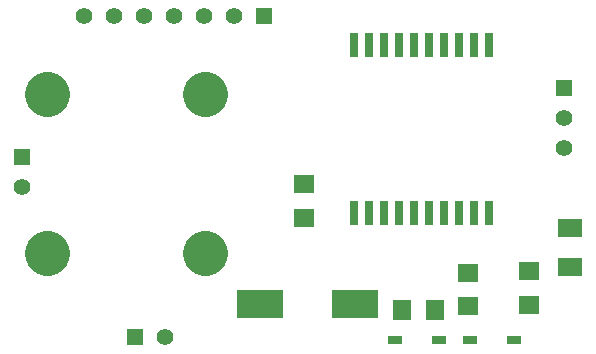
<source format=gts>
G04 ( created by brdgerber.py ( brdgerber.py v0.1 2014-03-12 ) ) date 2021-03-15 07:30:50 EDT*
G04 Gerber Fmt 3.4, Leading zero omitted, Abs format*
%MOIN*%
%FSLAX34Y34*%
G01*
G70*
G90*
G04 APERTURE LIST*
%ADD17R,0.1575X0.0945*%
%ADD18R,0.0800X0.0600*%
%ADD12C,0.0550*%
%ADD11R,0.0550X0.0550*%
%ADD15C,0.1500*%
%ADD10R,0.0260X0.0800*%
%ADD13R,0.0629X0.0709*%
%ADD16R,0.0709X0.0629*%
%ADD14R,0.0472X0.0275*%
G04 APERTURE END LIST*
G54D17*
D10*
X10350Y22400D03*
D10*
X09850Y22400D03*
D10*
X09350Y22400D03*
D10*
X08850Y22400D03*
D10*
X08350Y22400D03*
D10*
X07850Y22400D03*
D10*
X07350Y22400D03*
D10*
X06850Y22400D03*
D10*
X06850Y16800D03*
D10*
X07350Y16800D03*
D10*
X07850Y16800D03*
D10*
X08350Y16800D03*
D10*
X08850Y16800D03*
D10*
X09350Y16800D03*
D10*
X09850Y16800D03*
D10*
X10350Y16800D03*
D10*
X06350Y22400D03*
D10*
X05850Y22400D03*
D10*
X06350Y16800D03*
D10*
X05850Y16800D03*
D11*
X02850Y23350D03*
D12*
X01850Y23350D03*
D12*
X00850Y23350D03*
D12*
X-00150Y23350D03*
D12*
X-01150Y23350D03*
D12*
X-02150Y23350D03*
D12*
X-03150Y23350D03*
D13*
X07441Y13550D03*
D13*
X08559Y13550D03*
D14*
X11178Y12550D03*
D14*
X09722Y12550D03*
D15*
G01X-04395Y15455D02*
G01X-04395Y15455D01*
D15*
G01X00895Y15455D02*
G01X00895Y15455D01*
D15*
G01X00895Y20745D02*
G01X00895Y20745D01*
D15*
G01X-04395Y20745D02*
G01X-04395Y20745D01*
D11*
X-01450Y12650D03*
D12*
X-00450Y12650D03*
D16*
X09650Y14809D03*
D16*
X09650Y13691D03*
D16*
X11701Y14859D03*
D16*
X11701Y13741D03*
D16*
X04200Y17759D03*
D16*
X04200Y16641D03*
D11*
X12850Y20950D03*
D12*
X12850Y19950D03*
D12*
X12850Y18950D03*
D14*
X08678Y12550D03*
D14*
X07222Y12550D03*
D17*
X05875Y13750D03*
D17*
X02725Y13750D03*
D11*
X-05200Y18650D03*
D12*
X-05200Y17650D03*
D18*
X13050Y15000D03*
D18*
X13050Y16300D03*
M02*

</source>
